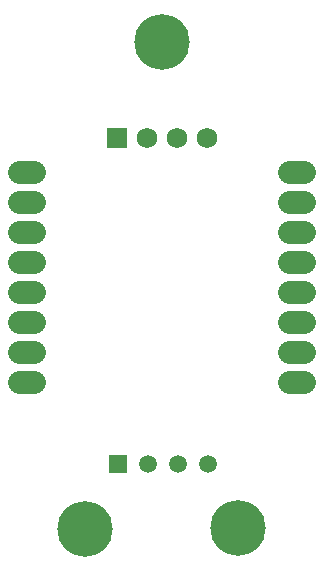
<source format=gbs>
G04 Layer: BottomSolderMaskLayer*
G04 EasyEDA v6.2.46, 2019-11-22T14:34:10+02:00*
G04 5335dd83e34847d8b21879a5d4bfddff,7760fd71129a401ca35dedc6c0295012,10*
G04 Gerber Generator version 0.2*
G04 Scale: 100 percent, Rotated: No, Reflected: No *
G04 Dimensions in millimeters *
G04 leading zeros omitted , absolute positions ,3 integer and 3 decimal *
%FSLAX33Y33*%
%MOMM*%
G90*
G71D02*

%ADD20C,1.943100*%
%ADD22C,1.727200*%
%ADD24C,1.498600*%
%ADD25C,4.703191*%

%LPD*%
G54D20*
G01X26560Y33359D02*
G01X25299Y33359D01*
G01X2439Y15579D02*
G01X3700Y15579D01*
G01X2439Y18119D02*
G01X3700Y18119D01*
G01X2439Y20659D02*
G01X3700Y20659D01*
G01X2439Y23199D02*
G01X3700Y23199D01*
G01X2439Y25739D02*
G01X3700Y25739D01*
G01X2439Y28279D02*
G01X3700Y28279D01*
G01X2439Y30819D02*
G01X3700Y30819D01*
G01X2439Y33359D02*
G01X3700Y33359D01*
G01X26560Y15579D02*
G01X25299Y15579D01*
G01X26560Y18119D02*
G01X25299Y18119D01*
G01X26560Y20659D02*
G01X25299Y20659D01*
G01X26560Y23199D02*
G01X25299Y23199D01*
G01X26560Y25739D02*
G01X25299Y25739D01*
G01X26560Y28279D02*
G01X25299Y28279D01*
G01X26560Y30819D02*
G01X25299Y30819D01*
G36*
G01X9854Y35354D02*
G01X9854Y37081D01*
G01X11582Y37081D01*
G01X11582Y35354D01*
G01X9854Y35354D01*
G37*
G54D22*
G01X13258Y36216D03*
G01X15798Y36216D03*
G01X18338Y36216D03*
G36*
G01X10080Y7879D02*
G01X10080Y9377D01*
G01X11579Y9377D01*
G01X11579Y7879D01*
G01X10080Y7879D01*
G37*
G54D24*
G01X13369Y8627D03*
G01X15909Y8627D03*
G01X18449Y8627D03*
G54D25*
G01X14500Y44406D03*
G01X8000Y3164D03*
G01X21000Y3248D03*
M00*
M02*

</source>
